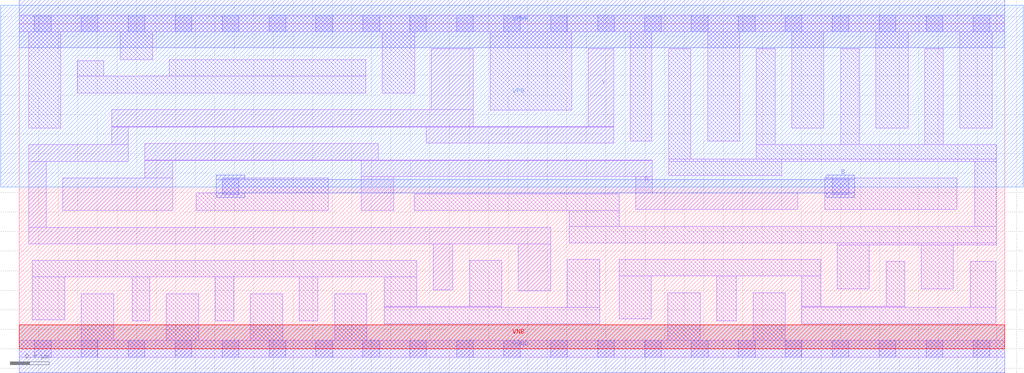
<source format=lef>
# Copyright 2020 The SkyWater PDK Authors
#
# Licensed under the Apache License, Version 2.0 (the "License");
# you may not use this file except in compliance with the License.
# You may obtain a copy of the License at
#
#     https://www.apache.org/licenses/LICENSE-2.0
#
# Unless required by applicable law or agreed to in writing, software
# distributed under the License is distributed on an "AS IS" BASIS,
# WITHOUT WARRANTIES OR CONDITIONS OF ANY KIND, either express or implied.
# See the License for the specific language governing permissions and
# limitations under the License.
#
# SPDX-License-Identifier: Apache-2.0

VERSION 5.7 ;
  NOWIREEXTENSIONATPIN ON ;
  DIVIDERCHAR "/" ;
  BUSBITCHARS "[]" ;
MACRO sky130_fd_sc_lp__xnor2_4
  CLASS CORE ;
  FOREIGN sky130_fd_sc_lp__xnor2_4 ;
  ORIGIN  0.000000  0.000000 ;
  SIZE  10.08000 BY  3.330000 ;
  SYMMETRY X Y R90 ;
  SITE unit ;
  PIN A
    ANTENNAGATEAREA  2.520000 ;
    DIRECTION INPUT ;
    USE SIGNAL ;
    PORT
      LAYER li1 ;
        RECT 0.445000 1.415000 1.570000 1.750000 ;
        RECT 1.285000 1.750000 1.570000 1.930000 ;
        RECT 1.285000 1.930000 6.475000 1.935000 ;
        RECT 1.285000 1.935000 3.670000 2.100000 ;
        RECT 3.500000 1.415000 3.830000 1.765000 ;
        RECT 3.500000 1.765000 6.475000 1.930000 ;
        RECT 6.305000 1.425000 7.960000 1.595000 ;
        RECT 6.305000 1.595000 6.475000 1.765000 ;
    END
  END A
  PIN B
    ANTENNAGATEAREA  2.520000 ;
    DIRECTION INPUT ;
    USE SIGNAL ;
    PORT
      LAYER met1 ;
        RECT 2.015000 1.550000 2.305000 1.595000 ;
        RECT 2.015000 1.595000 8.545000 1.735000 ;
        RECT 2.015000 1.735000 2.305000 1.780000 ;
        RECT 8.255000 1.550000 8.545000 1.595000 ;
        RECT 8.255000 1.735000 8.545000 1.780000 ;
    END
  END B
  PIN Y
    ANTENNADIFFAREA  1.940400 ;
    DIRECTION OUTPUT ;
    USE SIGNAL ;
    PORT
      LAYER li1 ;
        RECT 0.095000 1.075000 5.435000 1.245000 ;
        RECT 0.095000 1.245000 0.275000 1.920000 ;
        RECT 0.095000 1.920000 1.115000 2.090000 ;
        RECT 0.945000 2.090000 1.115000 2.270000 ;
        RECT 0.945000 2.270000 6.080000 2.275000 ;
        RECT 0.945000 2.275000 4.645000 2.450000 ;
        RECT 4.165000 2.105000 6.080000 2.270000 ;
        RECT 4.215000 2.450000 4.645000 3.075000 ;
        RECT 4.235000 0.605000 4.435000 1.075000 ;
        RECT 5.105000 0.595000 5.435000 1.075000 ;
        RECT 5.820000 2.275000 6.080000 3.075000 ;
    END
  END Y
  PIN VGND
    DIRECTION INOUT ;
    USE GROUND ;
    PORT
      LAYER met1 ;
        RECT 0.000000 -0.245000 10.080000 0.245000 ;
    END
  END VGND
  PIN VNB
    DIRECTION INOUT ;
    USE GROUND ;
    PORT
      LAYER pwell ;
        RECT 0.000000 0.000000 10.080000 0.245000 ;
    END
  END VNB
  PIN VPB
    DIRECTION INOUT ;
    USE POWER ;
    PORT
      LAYER nwell ;
        RECT -0.190000 1.655000 10.270000 3.520000 ;
    END
  END VPB
  PIN VPWR
    DIRECTION INOUT ;
    USE POWER ;
    PORT
      LAYER met1 ;
        RECT 0.000000 3.085000 10.080000 3.575000 ;
    END
  END VPWR
  OBS
    LAYER li1 ;
      RECT 0.000000 -0.085000 10.080000 0.085000 ;
      RECT 0.000000  3.245000 10.080000 3.415000 ;
      RECT 0.095000  2.260000  0.425000 3.245000 ;
      RECT 0.135000  0.295000  0.465000 0.735000 ;
      RECT 0.135000  0.735000  4.065000 0.905000 ;
      RECT 0.595000  2.620000  3.545000 2.790000 ;
      RECT 0.595000  2.790000  0.865000 2.950000 ;
      RECT 0.635000  0.085000  0.965000 0.565000 ;
      RECT 1.035000  2.960000  1.365000 3.245000 ;
      RECT 1.155000  0.285000  1.335000 0.735000 ;
      RECT 1.505000  0.085000  1.835000 0.565000 ;
      RECT 1.535000  2.790000  3.545000 2.960000 ;
      RECT 1.810000  1.415000  3.160000 1.595000 ;
      RECT 2.005000  0.285000  2.195000 0.735000 ;
      RECT 2.075000  1.595000  3.160000 1.750000 ;
      RECT 2.365000  0.085000  2.695000 0.565000 ;
      RECT 2.865000  0.285000  3.055000 0.735000 ;
      RECT 3.225000  0.085000  3.555000 0.565000 ;
      RECT 3.715000  2.620000  4.045000 3.245000 ;
      RECT 3.735000  0.255000  5.935000 0.425000 ;
      RECT 3.735000  0.425000  4.935000 0.435000 ;
      RECT 3.735000  0.435000  4.065000 0.735000 ;
      RECT 4.040000  1.415000  6.135000 1.585000 ;
      RECT 4.605000  0.435000  4.935000 0.905000 ;
      RECT 4.815000  2.445000  5.650000 3.245000 ;
      RECT 5.605000  0.425000  5.935000 0.915000 ;
      RECT 5.625000  1.085000  9.990000 1.255000 ;
      RECT 5.625000  1.255000  6.135000 1.415000 ;
      RECT 6.135000  0.305000  6.465000 0.745000 ;
      RECT 6.135000  0.745000  8.195000 0.915000 ;
      RECT 6.250000  2.125000  6.470000 3.245000 ;
      RECT 6.635000  0.085000  6.965000 0.575000 ;
      RECT 6.645000  1.775000  7.800000 1.920000 ;
      RECT 6.645000  1.920000  9.990000 1.945000 ;
      RECT 6.645000  1.945000  6.870000 3.075000 ;
      RECT 7.040000  2.125000  7.370000 3.245000 ;
      RECT 7.135000  0.285000  7.335000 0.745000 ;
      RECT 7.505000  0.085000  7.835000 0.575000 ;
      RECT 7.540000  1.945000  9.990000 2.090000 ;
      RECT 7.540000  2.090000  7.730000 3.075000 ;
      RECT 7.900000  2.260000  8.230000 3.245000 ;
      RECT 8.005000  0.255000  9.985000 0.425000 ;
      RECT 8.005000  0.425000  9.055000 0.435000 ;
      RECT 8.005000  0.435000  8.195000 0.745000 ;
      RECT 8.240000  1.425000  9.590000 1.750000 ;
      RECT 8.365000  0.615000  8.695000 1.065000 ;
      RECT 8.365000  1.065000  9.990000 1.085000 ;
      RECT 8.400000  2.090000  8.590000 3.075000 ;
      RECT 8.760000  2.260000  9.090000 3.245000 ;
      RECT 8.865000  0.435000  9.055000 0.895000 ;
      RECT 9.225000  0.615000  9.555000 1.065000 ;
      RECT 9.260000  2.090000  9.450000 3.075000 ;
      RECT 9.620000  2.260000  9.950000 3.245000 ;
      RECT 9.725000  0.425000  9.985000 0.895000 ;
      RECT 9.770000  1.255000  9.990000 1.920000 ;
    LAYER mcon ;
      RECT 0.155000 -0.085000 0.325000 0.085000 ;
      RECT 0.155000  3.245000 0.325000 3.415000 ;
      RECT 0.635000 -0.085000 0.805000 0.085000 ;
      RECT 0.635000  3.245000 0.805000 3.415000 ;
      RECT 1.115000 -0.085000 1.285000 0.085000 ;
      RECT 1.115000  3.245000 1.285000 3.415000 ;
      RECT 1.595000 -0.085000 1.765000 0.085000 ;
      RECT 1.595000  3.245000 1.765000 3.415000 ;
      RECT 2.075000 -0.085000 2.245000 0.085000 ;
      RECT 2.075000  1.580000 2.245000 1.750000 ;
      RECT 2.075000  3.245000 2.245000 3.415000 ;
      RECT 2.555000 -0.085000 2.725000 0.085000 ;
      RECT 2.555000  3.245000 2.725000 3.415000 ;
      RECT 3.035000 -0.085000 3.205000 0.085000 ;
      RECT 3.035000  3.245000 3.205000 3.415000 ;
      RECT 3.515000 -0.085000 3.685000 0.085000 ;
      RECT 3.515000  3.245000 3.685000 3.415000 ;
      RECT 3.995000 -0.085000 4.165000 0.085000 ;
      RECT 3.995000  3.245000 4.165000 3.415000 ;
      RECT 4.475000 -0.085000 4.645000 0.085000 ;
      RECT 4.475000  3.245000 4.645000 3.415000 ;
      RECT 4.955000 -0.085000 5.125000 0.085000 ;
      RECT 4.955000  3.245000 5.125000 3.415000 ;
      RECT 5.435000 -0.085000 5.605000 0.085000 ;
      RECT 5.435000  3.245000 5.605000 3.415000 ;
      RECT 5.915000 -0.085000 6.085000 0.085000 ;
      RECT 5.915000  3.245000 6.085000 3.415000 ;
      RECT 6.395000 -0.085000 6.565000 0.085000 ;
      RECT 6.395000  3.245000 6.565000 3.415000 ;
      RECT 6.875000 -0.085000 7.045000 0.085000 ;
      RECT 6.875000  3.245000 7.045000 3.415000 ;
      RECT 7.355000 -0.085000 7.525000 0.085000 ;
      RECT 7.355000  3.245000 7.525000 3.415000 ;
      RECT 7.835000 -0.085000 8.005000 0.085000 ;
      RECT 7.835000  3.245000 8.005000 3.415000 ;
      RECT 8.315000 -0.085000 8.485000 0.085000 ;
      RECT 8.315000  1.580000 8.485000 1.750000 ;
      RECT 8.315000  3.245000 8.485000 3.415000 ;
      RECT 8.795000 -0.085000 8.965000 0.085000 ;
      RECT 8.795000  3.245000 8.965000 3.415000 ;
      RECT 9.275000 -0.085000 9.445000 0.085000 ;
      RECT 9.275000  3.245000 9.445000 3.415000 ;
      RECT 9.755000 -0.085000 9.925000 0.085000 ;
      RECT 9.755000  3.245000 9.925000 3.415000 ;
  END
END sky130_fd_sc_lp__xnor2_4
END LIBRARY

</source>
